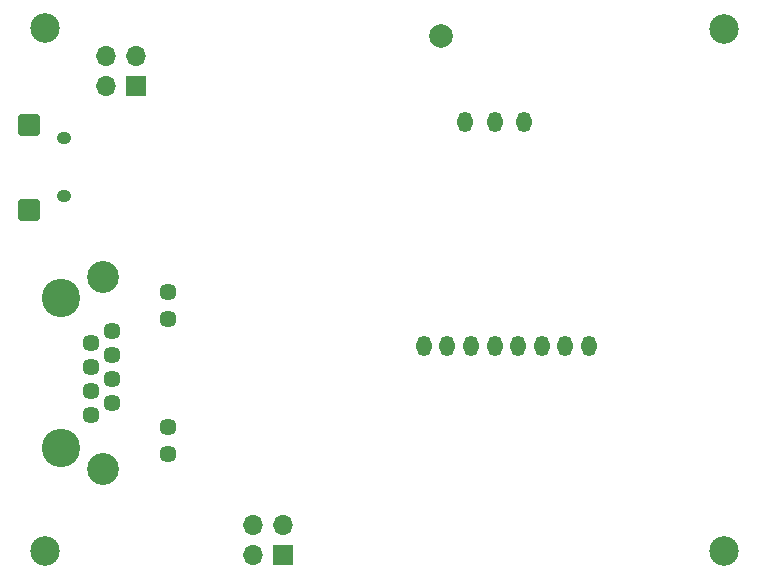
<source format=gbs>
G04 #@! TF.GenerationSoftware,KiCad,Pcbnew,(7.0.0-0)*
G04 #@! TF.CreationDate,2023-06-06T23:20:23+02:00*
G04 #@! TF.ProjectId,ithowifi_4l,6974686f-7769-4666-995f-346c2e6b6963,rev?*
G04 #@! TF.SameCoordinates,Original*
G04 #@! TF.FileFunction,Soldermask,Bot*
G04 #@! TF.FilePolarity,Negative*
%FSLAX46Y46*%
G04 Gerber Fmt 4.6, Leading zero omitted, Abs format (unit mm)*
G04 Created by KiCad (PCBNEW (7.0.0-0)) date 2023-06-06 23:20:23*
%MOMM*%
%LPD*%
G01*
G04 APERTURE LIST*
G04 Aperture macros list*
%AMRoundRect*
0 Rectangle with rounded corners*
0 $1 Rounding radius*
0 $2 $3 $4 $5 $6 $7 $8 $9 X,Y pos of 4 corners*
0 Add a 4 corners polygon primitive as box body*
4,1,4,$2,$3,$4,$5,$6,$7,$8,$9,$2,$3,0*
0 Add four circle primitives for the rounded corners*
1,1,$1+$1,$2,$3*
1,1,$1+$1,$4,$5*
1,1,$1+$1,$6,$7*
1,1,$1+$1,$8,$9*
0 Add four rect primitives between the rounded corners*
20,1,$1+$1,$2,$3,$4,$5,0*
20,1,$1+$1,$4,$5,$6,$7,0*
20,1,$1+$1,$6,$7,$8,$9,0*
20,1,$1+$1,$8,$9,$2,$3,0*%
G04 Aperture macros list end*
%ADD10R,1.700000X1.700000*%
%ADD11O,1.700000X1.700000*%
%ADD12C,2.500000*%
%ADD13RoundRect,0.273000X-0.677000X0.637000X-0.677000X-0.637000X0.677000X-0.637000X0.677000X0.637000X0*%
%ADD14O,1.250000X1.050000*%
%ADD15C,3.250000*%
%ADD16C,1.446000*%
%ADD17C,2.700000*%
%ADD18C,2.000000*%
%ADD19O,1.300000X1.750000*%
G04 APERTURE END LIST*
D10*
X75666599Y-154025599D03*
D11*
X73126599Y-154025599D03*
X75666599Y-151485599D03*
X73126599Y-151485599D03*
D12*
X55482000Y-109381000D03*
D13*
X54178200Y-124768000D03*
D14*
X57078199Y-123592999D03*
D13*
X54178200Y-117568000D03*
D14*
X57078199Y-118742999D03*
D12*
X113013000Y-109508000D03*
X113013000Y-153704000D03*
X55482000Y-153704000D03*
D15*
X56832500Y-144956500D03*
X56832500Y-132256500D03*
D16*
X59372500Y-142176500D03*
X61152500Y-141156500D03*
X59372500Y-140136500D03*
X61152500Y-139116500D03*
X59372500Y-138096500D03*
X61152500Y-137076500D03*
X59372500Y-136056500D03*
X61152500Y-135036500D03*
X65962500Y-145466500D03*
X65962500Y-143176500D03*
X65962500Y-134036500D03*
X65962500Y-131746500D03*
D17*
X60392500Y-130476500D03*
X60392500Y-146736500D03*
D10*
X63245999Y-114299999D03*
D11*
X60705999Y-114299999D03*
X63245999Y-111759999D03*
X60705999Y-111759999D03*
D18*
X89052400Y-110032800D03*
D19*
X101569999Y-136347357D03*
X99569999Y-136347357D03*
X97569999Y-136347357D03*
X95569999Y-136347357D03*
X93569999Y-136347357D03*
X91569999Y-136347357D03*
X89569999Y-136347357D03*
X87569999Y-136347357D03*
X91069999Y-117347357D03*
X93569999Y-117347357D03*
X96069999Y-117347357D03*
M02*

</source>
